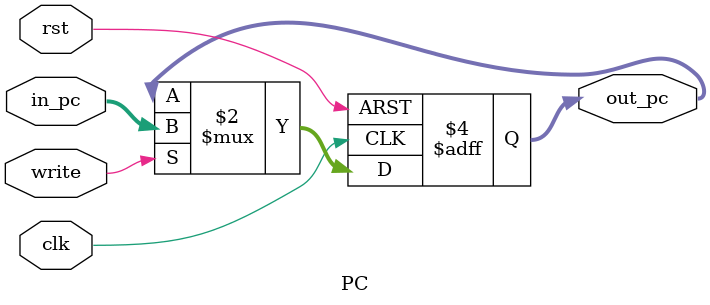
<source format=sv>
`timescale 1ns / 1ps
module PC (
   input   clk,
   input   rst,
   input   write,
   input  [31:0] in_pc,
   output reg [31:0] out_pc
);

always @(posedge clk or posedge rst)
  begin
    if (rst)  
   		 out_pc <= 0;
    else if (write)
   		 out_pc <= in_pc;
  end	 
endmodule

</source>
